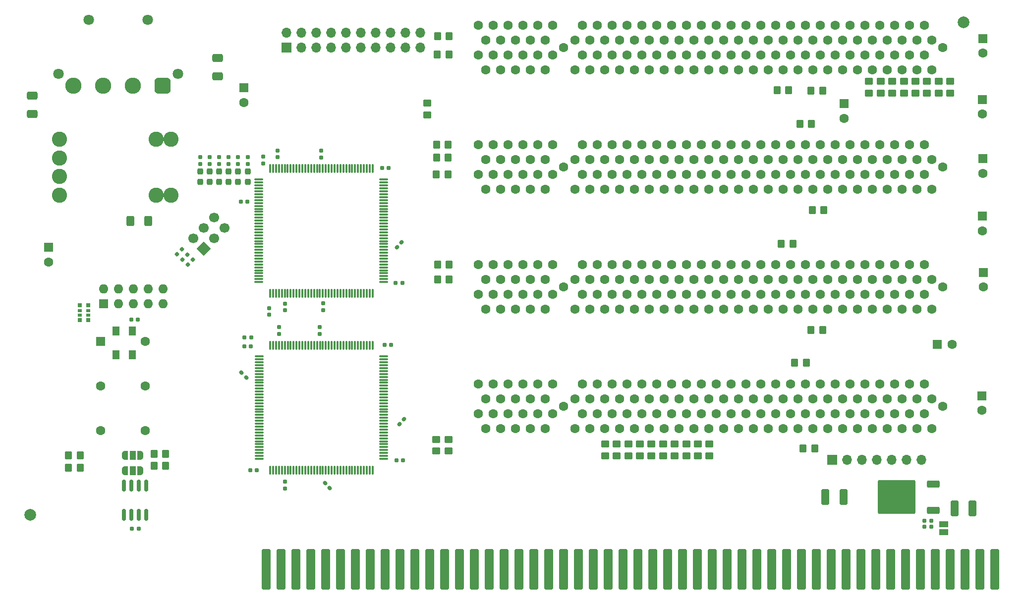
<source format=gbr>
%TF.GenerationSoftware,KiCad,Pcbnew,7.0.9*%
%TF.CreationDate,2024-02-25T17:12:21+01:00*%
%TF.ProjectId,Prometheus,50726f6d-6574-4686-9575-732e6b696361,rev?*%
%TF.SameCoordinates,Original*%
%TF.FileFunction,Soldermask,Top*%
%TF.FilePolarity,Negative*%
%FSLAX46Y46*%
G04 Gerber Fmt 4.6, Leading zero omitted, Abs format (unit mm)*
G04 Created by KiCad (PCBNEW 7.0.9) date 2024-02-25 17:12:21*
%MOMM*%
%LPD*%
G01*
G04 APERTURE LIST*
G04 Aperture macros list*
%AMRoundRect*
0 Rectangle with rounded corners*
0 $1 Rounding radius*
0 $2 $3 $4 $5 $6 $7 $8 $9 X,Y pos of 4 corners*
0 Add a 4 corners polygon primitive as box body*
4,1,4,$2,$3,$4,$5,$6,$7,$8,$9,$2,$3,0*
0 Add four circle primitives for the rounded corners*
1,1,$1+$1,$2,$3*
1,1,$1+$1,$4,$5*
1,1,$1+$1,$6,$7*
1,1,$1+$1,$8,$9*
0 Add four rect primitives between the rounded corners*
20,1,$1+$1,$2,$3,$4,$5,0*
20,1,$1+$1,$4,$5,$6,$7,0*
20,1,$1+$1,$6,$7,$8,$9,0*
20,1,$1+$1,$8,$9,$2,$3,0*%
%AMHorizOval*
0 Thick line with rounded ends*
0 $1 width*
0 $2 $3 position (X,Y) of the first rounded end (center of the circle)*
0 $4 $5 position (X,Y) of the second rounded end (center of the circle)*
0 Add line between two ends*
20,1,$1,$2,$3,$4,$5,0*
0 Add two circle primitives to create the rounded ends*
1,1,$1,$2,$3*
1,1,$1,$4,$5*%
%AMRotRect*
0 Rectangle, with rotation*
0 The origin of the aperture is its center*
0 $1 length*
0 $2 width*
0 $3 Rotation angle, in degrees counterclockwise*
0 Add horizontal line*
21,1,$1,$2,0,0,$3*%
%AMFreePoly0*
4,1,19,0.550000,-0.750000,0.000000,-0.750000,0.000000,-0.744911,-0.071157,-0.744911,-0.207708,-0.704816,-0.327430,-0.627875,-0.420627,-0.520320,-0.479746,-0.390866,-0.500000,-0.250000,-0.500000,0.250000,-0.479746,0.390866,-0.420627,0.520320,-0.327430,0.627875,-0.207708,0.704816,-0.071157,0.744911,0.000000,0.744911,0.000000,0.750000,0.550000,0.750000,0.550000,-0.750000,0.550000,-0.750000,
$1*%
%AMFreePoly1*
4,1,19,0.000000,0.744911,0.071157,0.744911,0.207708,0.704816,0.327430,0.627875,0.420627,0.520320,0.479746,0.390866,0.500000,0.250000,0.500000,-0.250000,0.479746,-0.390866,0.420627,-0.520320,0.327430,-0.627875,0.207708,-0.704816,0.071157,-0.744911,0.000000,-0.744911,0.000000,-0.750000,-0.550000,-0.750000,-0.550000,0.750000,0.000000,0.750000,0.000000,0.744911,0.000000,0.744911,
$1*%
G04 Aperture macros list end*
%ADD10RoundRect,0.250000X-0.450000X0.350000X-0.450000X-0.350000X0.450000X-0.350000X0.450000X0.350000X0*%
%ADD11RoundRect,0.155000X0.155000X-0.212500X0.155000X0.212500X-0.155000X0.212500X-0.155000X-0.212500X0*%
%ADD12R,1.600000X1.600000*%
%ADD13C,1.600000*%
%ADD14RoundRect,0.250000X0.850000X0.350000X-0.850000X0.350000X-0.850000X-0.350000X0.850000X-0.350000X0*%
%ADD15RoundRect,0.249997X2.950003X2.650003X-2.950003X2.650003X-2.950003X-2.650003X2.950003X-2.650003X0*%
%ADD16RoundRect,0.237500X0.237500X-0.287500X0.237500X0.287500X-0.237500X0.287500X-0.237500X-0.287500X0*%
%ADD17RoundRect,0.160000X0.197500X0.160000X-0.197500X0.160000X-0.197500X-0.160000X0.197500X-0.160000X0*%
%ADD18FreePoly0,0.000000*%
%ADD19R,1.000000X1.500000*%
%ADD20FreePoly1,0.000000*%
%ADD21RoundRect,0.250000X-0.350000X-0.450000X0.350000X-0.450000X0.350000X0.450000X-0.350000X0.450000X0*%
%ADD22RoundRect,0.155000X-0.212500X-0.155000X0.212500X-0.155000X0.212500X0.155000X-0.212500X0.155000X0*%
%ADD23RoundRect,0.155000X0.212500X0.155000X-0.212500X0.155000X-0.212500X-0.155000X0.212500X-0.155000X0*%
%ADD24RoundRect,0.155000X-0.155000X0.212500X-0.155000X-0.212500X0.155000X-0.212500X0.155000X0.212500X0*%
%ADD25RoundRect,0.155000X-0.040659X-0.259862X0.259862X0.040659X0.040659X0.259862X-0.259862X-0.040659X0*%
%ADD26RoundRect,0.160000X0.160000X-0.197500X0.160000X0.197500X-0.160000X0.197500X-0.160000X-0.197500X0*%
%ADD27RoundRect,0.160000X0.026517X0.252791X-0.252791X-0.026517X-0.026517X-0.252791X0.252791X0.026517X0*%
%ADD28RoundRect,0.155000X-0.259862X0.040659X0.040659X-0.259862X0.259862X-0.040659X-0.040659X0.259862X0*%
%ADD29RoundRect,0.250000X-0.400000X-0.625000X0.400000X-0.625000X0.400000X0.625000X-0.400000X0.625000X0*%
%ADD30RoundRect,0.250000X0.350000X0.450000X-0.350000X0.450000X-0.350000X-0.450000X0.350000X-0.450000X0*%
%ADD31R,0.700000X0.640000*%
%ADD32R,0.700000X0.500000*%
%ADD33R,1.200000X1.500000*%
%ADD34RoundRect,0.155000X0.259862X-0.040659X-0.040659X0.259862X-0.259862X0.040659X0.040659X-0.259862X0*%
%ADD35R,1.700000X1.700000*%
%ADD36O,1.700000X1.700000*%
%ADD37C,2.600000*%
%ADD38RoundRect,0.250000X0.450000X-0.350000X0.450000X0.350000X-0.450000X0.350000X-0.450000X-0.350000X0*%
%ADD39C,2.000000*%
%ADD40RoundRect,0.250000X0.650000X-0.412500X0.650000X0.412500X-0.650000X0.412500X-0.650000X-0.412500X0*%
%ADD41RoundRect,0.400000X0.400000X3.100000X-0.400000X3.100000X-0.400000X-3.100000X0.400000X-3.100000X0*%
%ADD42RoundRect,0.160000X-0.197500X-0.160000X0.197500X-0.160000X0.197500X0.160000X-0.197500X0.160000X0*%
%ADD43RotRect,1.700000X1.700000X135.000000*%
%ADD44HorizOval,1.700000X0.000000X0.000000X0.000000X0.000000X0*%
%ADD45C,1.800000*%
%ADD46RoundRect,0.695000X-0.695000X-0.695000X0.695000X-0.695000X0.695000X0.695000X-0.695000X0.695000X0*%
%ADD47C,2.780000*%
%ADD48RoundRect,0.250000X-0.412500X-1.100000X0.412500X-1.100000X0.412500X1.100000X-0.412500X1.100000X0*%
%ADD49R,1.500000X1.000000*%
%ADD50RoundRect,0.150000X0.150000X-0.825000X0.150000X0.825000X-0.150000X0.825000X-0.150000X-0.825000X0*%
%ADD51RoundRect,0.075000X-0.662500X-0.075000X0.662500X-0.075000X0.662500X0.075000X-0.662500X0.075000X0*%
%ADD52RoundRect,0.075000X-0.075000X-0.662500X0.075000X-0.662500X0.075000X0.662500X-0.075000X0.662500X0*%
%ADD53O,1.600000X1.600000*%
%ADD54RoundRect,0.250000X0.412500X1.100000X-0.412500X1.100000X-0.412500X-1.100000X0.412500X-1.100000X0*%
G04 APERTURE END LIST*
D10*
%TO.C,R11*%
X-41910000Y-2606800D03*
X-41910000Y-4606800D03*
%TD*%
%TO.C,R21*%
X-4748000Y59369200D03*
X-4748000Y57369200D03*
%TD*%
D11*
%TO.C,C7*%
X-111760000Y46422500D03*
X-111760000Y47557500D03*
%TD*%
D12*
%TO.C,C303*%
X8572900Y5659400D03*
D13*
X8572900Y3159400D03*
%TD*%
D14*
%TO.C,VR100*%
X304200Y-13965000D03*
D15*
X-5995800Y-11685000D03*
D14*
X304200Y-9405000D03*
%TD*%
D16*
%TO.C,LED6*%
X-124956000Y42203400D03*
X-124956000Y43953400D03*
%TD*%
D12*
%TO.C,C308*%
X-150825200Y30998800D03*
D13*
X-150825200Y28498800D03*
%TD*%
D17*
%TO.C,R102*%
X-62900Y-16764000D03*
X-1257900Y-16764000D03*
%TD*%
D18*
%TO.C,JP2*%
X-137778800Y-4521200D03*
D19*
X-136478800Y-4521200D03*
D20*
X-135178800Y-4521200D03*
%TD*%
D21*
%TO.C,R201*%
X-132826000Y-6299200D03*
X-130826000Y-6299200D03*
%TD*%
D10*
%TO.C,R10*%
X-37944800Y-2606800D03*
X-37944800Y-4606800D03*
%TD*%
D22*
%TO.C,C207*%
X-91448700Y-5384800D03*
X-90313700Y-5384800D03*
%TD*%
D23*
%TO.C,C206*%
X-115256500Y-7112000D03*
X-116391500Y-7112000D03*
%TD*%
D12*
%TO.C,Q201/Q202*%
X-141964804Y14964625D03*
D13*
X-141964804Y7344625D03*
X-141964804Y-275375D03*
X-134344804Y-275375D03*
X-134344804Y7344625D03*
X-134344804Y14964625D03*
%TD*%
D24*
%TO.C,C6*%
X-113182400Y20633500D03*
X-113182400Y19498500D03*
%TD*%
D25*
%TO.C,C4*%
X-91333283Y31043917D03*
X-90530717Y31846483D03*
%TD*%
D10*
%TO.C,R15*%
X-47853600Y-2606800D03*
X-47853600Y-4606800D03*
%TD*%
D26*
%TO.C,R36*%
X-123342400Y45274900D03*
X-123342400Y46469900D03*
%TD*%
D17*
%TO.C,R1*%
X-116203800Y15595600D03*
X-117398800Y15595600D03*
%TD*%
D10*
%TO.C,R8*%
X-84624800Y-1786000D03*
X-84624800Y-3786000D03*
%TD*%
D24*
%TO.C,C9*%
X-110439200Y21395500D03*
X-110439200Y20260500D03*
%TD*%
D13*
%TO.C,X303*%
X-62865000Y65151000D03*
X1905000Y65151000D03*
X0Y61341000D03*
X-1270000Y63881000D03*
X-2540000Y61341000D03*
X-3810000Y63881000D03*
X-5080000Y61341000D03*
X-6350000Y63881000D03*
X-7620000Y61341000D03*
X-8890000Y63881000D03*
X-10160000Y61341000D03*
X-11430000Y63881000D03*
X-12700000Y61341000D03*
X-13970000Y63881000D03*
X-15240000Y61341000D03*
X-16510000Y63881000D03*
X-17780000Y61341000D03*
X-19050000Y63881000D03*
X-20320000Y61341000D03*
X-21590000Y63881000D03*
X-22860000Y61341000D03*
X-24130000Y63881000D03*
X-25400000Y61341000D03*
X-26670000Y63881000D03*
X-27940000Y61341000D03*
X-29210000Y63881000D03*
X-30480000Y61341000D03*
X-31750000Y63881000D03*
X-33020000Y61341000D03*
X-34290000Y63881000D03*
X-35560000Y61341000D03*
X-36830000Y63881000D03*
X-38100000Y61341000D03*
X-39370000Y63881000D03*
X-40640000Y61341000D03*
X-41910000Y63881000D03*
X-43180000Y61341000D03*
X-44450000Y63881000D03*
X-45720000Y61341000D03*
X-46990000Y63881000D03*
X-48260000Y61341000D03*
X-49530000Y63881000D03*
X-50800000Y61341000D03*
X-52070000Y63881000D03*
X-53340000Y61341000D03*
X-54610000Y63881000D03*
X-55880000Y61341000D03*
X-57150000Y63881000D03*
X-58420000Y61341000D03*
X-59690000Y63881000D03*
X-60960000Y61341000D03*
X-64770000Y63881000D03*
X-66040000Y61341000D03*
X-67310000Y63881000D03*
X-68580000Y61341000D03*
X-69850000Y63881000D03*
X-71120000Y61341000D03*
X-72390000Y63881000D03*
X-73660000Y61341000D03*
X-74930000Y63881000D03*
X-76200000Y61341000D03*
X-77470000Y63881000D03*
X0Y66421000D03*
X-1270000Y68961000D03*
X-2540000Y66421000D03*
X-3810000Y68961000D03*
X-5080000Y66421000D03*
X-6350000Y68961000D03*
X-7620000Y66421000D03*
X-8890000Y68961000D03*
X-10160000Y66421000D03*
X-11430000Y68961000D03*
X-12700000Y66421000D03*
X-13970000Y68961000D03*
X-15240000Y66421000D03*
X-16510000Y68961000D03*
X-17780000Y66421000D03*
X-19050000Y68961000D03*
X-20320000Y66421000D03*
X-21590000Y68961000D03*
X-22860000Y66421000D03*
X-24130000Y68961000D03*
X-25400000Y66421000D03*
X-26670000Y68961000D03*
X-27940000Y66421000D03*
X-29210000Y68961000D03*
X-30480000Y66421000D03*
X-31750000Y68961000D03*
X-33020000Y66421000D03*
X-34290000Y68961000D03*
X-35560000Y66421000D03*
X-36830000Y68961000D03*
X-38100000Y66421000D03*
X-39370000Y68961000D03*
X-40640000Y66421000D03*
X-41910000Y68961000D03*
X-43180000Y66421000D03*
X-44450000Y68961000D03*
X-45720000Y66421000D03*
X-46990000Y68961000D03*
X-48260000Y66421000D03*
X-49530000Y68961000D03*
X-50800000Y66421000D03*
X-52070000Y68961000D03*
X-53340000Y66421000D03*
X-54610000Y68961000D03*
X-55880000Y66421000D03*
X-57150000Y68961000D03*
X-58420000Y66421000D03*
X-59690000Y68961000D03*
X-60960000Y66421000D03*
X-64770000Y68961000D03*
X-66040000Y66421000D03*
X-67310000Y68961000D03*
X-68580000Y66421000D03*
X-69850000Y68961000D03*
X-71120000Y66421000D03*
X-72390000Y68961000D03*
X-73660000Y66421000D03*
X-74930000Y68961000D03*
X-76200000Y66421000D03*
X-77470000Y68961000D03*
%TD*%
D12*
%TO.C,C311*%
X-117449600Y58267600D03*
D13*
X-117449600Y55767600D03*
%TD*%
D12*
%TO.C,C305*%
X8788400Y66695200D03*
D13*
X8788400Y64195200D03*
%TD*%
D16*
%TO.C,LED4*%
X-121709600Y42203400D03*
X-121709600Y43953400D03*
%TD*%
D24*
%TO.C,C1*%
X-103936800Y21446300D03*
X-103936800Y20311300D03*
%TD*%
D10*
%TO.C,R28*%
X1195600Y59369200D03*
X1195600Y57369200D03*
%TD*%
D12*
%TO.C,C307*%
X8829751Y26737558D03*
D13*
X8829751Y24237558D03*
%TD*%
D27*
%TO.C,R40*%
X-126221904Y28870496D03*
X-127066896Y28025504D03*
%TD*%
D28*
%TO.C,C209*%
X-103626883Y-9301517D03*
X-102824317Y-10104083D03*
%TD*%
D29*
%TO.C,R300*%
X-136907200Y35509200D03*
X-133807200Y35509200D03*
%TD*%
D30*
%TO.C,R43*%
X-21428200Y11328400D03*
X-23428200Y11328400D03*
%TD*%
D11*
%TO.C,C204*%
X-111506000Y16247300D03*
X-111506000Y17382300D03*
%TD*%
D10*
%TO.C,R31*%
X-785600Y59369200D03*
X-785600Y57369200D03*
%TD*%
D26*
%TO.C,R35*%
X-121716800Y45274900D03*
X-121716800Y46469900D03*
%TD*%
D31*
%TO.C,RA202*%
X-145468800Y21082000D03*
D32*
X-145468800Y20212000D03*
X-145468800Y19412000D03*
D31*
X-145468800Y18542000D03*
X-144068800Y18542000D03*
D32*
X-144068800Y19412000D03*
X-144068800Y20212000D03*
D31*
X-144068800Y21082000D03*
%TD*%
D10*
%TO.C,R41*%
X-49834800Y-2606800D03*
X-49834800Y-4606800D03*
%TD*%
D22*
%TO.C,C203*%
X-93480700Y14376400D03*
X-92345700Y14376400D03*
%TD*%
D13*
%TO.C,X301*%
X-62865000Y24257000D03*
X1905000Y24257000D03*
X0Y20447000D03*
X-1270000Y22987000D03*
X-2540000Y20447000D03*
X-3810000Y22987000D03*
X-5080000Y20447000D03*
X-6350000Y22987000D03*
X-7620000Y20447000D03*
X-8890000Y22987000D03*
X-10160000Y20447000D03*
X-11430000Y22987000D03*
X-12700000Y20447000D03*
X-13970000Y22987000D03*
X-15240000Y20447000D03*
X-16510000Y22987000D03*
X-17780000Y20447000D03*
X-19050000Y22987000D03*
X-20320000Y20447000D03*
X-21590000Y22987000D03*
X-22860000Y20447000D03*
X-24130000Y22987000D03*
X-25400000Y20447000D03*
X-26670000Y22987000D03*
X-27940000Y20447000D03*
X-29210000Y22987000D03*
X-30480000Y20447000D03*
X-31750000Y22987000D03*
X-33020000Y20447000D03*
X-34290000Y22987000D03*
X-35560000Y20447000D03*
X-36830000Y22987000D03*
X-38100000Y20447000D03*
X-39370000Y22987000D03*
X-40640000Y20447000D03*
X-41910000Y22987000D03*
X-43180000Y20447000D03*
X-44450000Y22987000D03*
X-45720000Y20447000D03*
X-46990000Y22987000D03*
X-48260000Y20447000D03*
X-49530000Y22987000D03*
X-50800000Y20447000D03*
X-52070000Y22987000D03*
X-53340000Y20447000D03*
X-54610000Y22987000D03*
X-55880000Y20447000D03*
X-57150000Y22987000D03*
X-58420000Y20447000D03*
X-59690000Y22987000D03*
X-60960000Y20447000D03*
X-64770000Y22987000D03*
X-66040000Y20447000D03*
X-67310000Y22987000D03*
X-68580000Y20447000D03*
X-69850000Y22987000D03*
X-71120000Y20447000D03*
X-72390000Y22987000D03*
X-73660000Y20447000D03*
X-74930000Y22987000D03*
X-76200000Y20447000D03*
X-77470000Y22987000D03*
X0Y25527000D03*
X-1270000Y28067000D03*
X-2540000Y25527000D03*
X-3810000Y28067000D03*
X-5080000Y25527000D03*
X-6350000Y28067000D03*
X-7620000Y25527000D03*
X-8890000Y28067000D03*
X-10160000Y25527000D03*
X-11430000Y28067000D03*
X-12700000Y25527000D03*
X-13970000Y28067000D03*
X-15240000Y25527000D03*
X-16510000Y28067000D03*
X-17780000Y25527000D03*
X-19050000Y28067000D03*
X-20320000Y25527000D03*
X-21590000Y28067000D03*
X-22860000Y25527000D03*
X-24130000Y28067000D03*
X-25400000Y25527000D03*
X-26670000Y28067000D03*
X-27940000Y25527000D03*
X-29210000Y28067000D03*
X-30480000Y25527000D03*
X-31750000Y28067000D03*
X-33020000Y25527000D03*
X-34290000Y28067000D03*
X-35560000Y25527000D03*
X-36830000Y28067000D03*
X-38100000Y25527000D03*
X-39370000Y28067000D03*
X-40640000Y25527000D03*
X-41910000Y28067000D03*
X-43180000Y25527000D03*
X-44450000Y28067000D03*
X-45720000Y25527000D03*
X-46990000Y28067000D03*
X-48260000Y25527000D03*
X-49530000Y28067000D03*
X-50800000Y25527000D03*
X-52070000Y28067000D03*
X-53340000Y25527000D03*
X-54610000Y28067000D03*
X-55880000Y25527000D03*
X-57150000Y28067000D03*
X-58420000Y25527000D03*
X-59690000Y28067000D03*
X-60960000Y25527000D03*
X-64770000Y28067000D03*
X-66040000Y25527000D03*
X-67310000Y28067000D03*
X-68580000Y25527000D03*
X-69850000Y28067000D03*
X-71120000Y25527000D03*
X-72390000Y28067000D03*
X-73660000Y25527000D03*
X-74930000Y28067000D03*
X-76200000Y25527000D03*
X-77470000Y28067000D03*
%TD*%
D26*
%TO.C,R33*%
X-118465600Y45274900D03*
X-118465600Y46469900D03*
%TD*%
D10*
%TO.C,R14*%
X-45872400Y-2606800D03*
X-45872400Y-4606800D03*
%TD*%
D33*
%TO.C,Q203*%
X-139299600Y16713200D03*
X-139299600Y12613200D03*
X-136499600Y12613200D03*
X-136499600Y16713200D03*
%TD*%
D34*
%TO.C,C202*%
X-117094000Y8788400D03*
X-117896566Y9590966D03*
%TD*%
D26*
%TO.C,R34*%
X-120091200Y45274900D03*
X-120091200Y46469900D03*
%TD*%
D21*
%TO.C,R3*%
X-84413600Y25501600D03*
X-82413600Y25501600D03*
%TD*%
%TO.C,R210*%
X-147456400Y-6654800D03*
X-145456400Y-6654800D03*
%TD*%
D16*
%TO.C,LED5*%
X-123332800Y42203400D03*
X-123332800Y43953400D03*
%TD*%
D11*
%TO.C,C201*%
X-104546400Y16247300D03*
X-104546400Y17382300D03*
%TD*%
D22*
%TO.C,C3*%
X-93887100Y44551600D03*
X-92752100Y44551600D03*
%TD*%
D21*
%TO.C,R4*%
X-84616800Y43434000D03*
X-82616800Y43434000D03*
%TD*%
D10*
%TO.C,R18*%
X-10691600Y59369200D03*
X-10691600Y57369200D03*
%TD*%
D16*
%TO.C,LED2*%
X-118463200Y42203400D03*
X-118463200Y43953400D03*
%TD*%
D23*
%TO.C,C230*%
X-135576500Y18643600D03*
X-136711500Y18643600D03*
%TD*%
D30*
%TO.C,R7*%
X-82413600Y67106800D03*
X-84413600Y67106800D03*
%TD*%
D22*
%TO.C,C5*%
X-91550300Y24892000D03*
X-90415300Y24892000D03*
%TD*%
D30*
%TO.C,R44*%
X-23714200Y31648400D03*
X-25714200Y31648400D03*
%TD*%
D10*
%TO.C,R16*%
X-55778400Y-2606800D03*
X-55778400Y-4606800D03*
%TD*%
D12*
%TO.C,C300*%
X8761278Y46171022D03*
D13*
X8761278Y43671022D03*
%TD*%
D21*
%TO.C,R23*%
X-20608800Y16916400D03*
X-18608800Y16916400D03*
%TD*%
D24*
%TO.C,C208*%
X-110490000Y-9033700D03*
X-110490000Y-10168700D03*
%TD*%
D21*
%TO.C,R209*%
X-147456400Y-4521200D03*
X-145456400Y-4521200D03*
%TD*%
D26*
%TO.C,R37*%
X-124917200Y45274900D03*
X-124917200Y46469900D03*
%TD*%
D27*
%TO.C,R39*%
X-127120208Y29750192D03*
X-127965200Y28905200D03*
%TD*%
D35*
%TO.C,SV2*%
X-110185200Y65176400D03*
D36*
X-110185200Y67716400D03*
X-107645200Y65176400D03*
X-107645200Y67716400D03*
X-105105200Y65176400D03*
X-105105200Y67716400D03*
X-102565200Y65176400D03*
X-102565200Y67716400D03*
X-100025200Y65176400D03*
X-100025200Y67716400D03*
X-97485200Y65176400D03*
X-97485200Y67716400D03*
X-94945200Y65176400D03*
X-94945200Y67716400D03*
X-92405200Y65176400D03*
X-92405200Y67716400D03*
X-89865200Y65176400D03*
X-89865200Y67716400D03*
X-87325200Y65176400D03*
X-87325200Y67716400D03*
%TD*%
D13*
%TO.C,X300*%
X-62865000Y3810000D03*
X1905000Y3810000D03*
X0Y0D03*
X-1270000Y2540000D03*
X-2540000Y0D03*
X-3810000Y2540000D03*
X-5080000Y0D03*
X-6350000Y2540000D03*
X-7620000Y0D03*
X-8890000Y2540000D03*
X-10160000Y0D03*
X-11430000Y2540000D03*
X-12700000Y0D03*
X-13970000Y2540000D03*
X-15240000Y0D03*
X-16510000Y2540000D03*
X-17780000Y0D03*
X-19050000Y2540000D03*
X-20320000Y0D03*
X-21590000Y2540000D03*
X-22860000Y0D03*
X-24130000Y2540000D03*
X-25400000Y0D03*
X-26670000Y2540000D03*
X-27940000Y0D03*
X-29210000Y2540000D03*
X-30480000Y0D03*
X-31750000Y2540000D03*
X-33020000Y0D03*
X-34290000Y2540000D03*
X-35560000Y0D03*
X-36830000Y2540000D03*
X-38100000Y0D03*
X-39370000Y2540000D03*
X-40640000Y0D03*
X-41910000Y2540000D03*
X-43180000Y0D03*
X-44450000Y2540000D03*
X-45720000Y0D03*
X-46990000Y2540000D03*
X-48260000Y0D03*
X-49530000Y2540000D03*
X-50800000Y0D03*
X-52070000Y2540000D03*
X-53340000Y0D03*
X-54610000Y2540000D03*
X-55880000Y0D03*
X-57150000Y2540000D03*
X-58420000Y0D03*
X-59690000Y2540000D03*
X-60960000Y0D03*
X-64770000Y2540000D03*
X-66040000Y0D03*
X-67310000Y2540000D03*
X-68580000Y0D03*
X-69850000Y2540000D03*
X-71120000Y0D03*
X-72390000Y2540000D03*
X-73660000Y0D03*
X-74930000Y2540000D03*
X-76200000Y0D03*
X-77470000Y2540000D03*
X0Y5080000D03*
X-1270000Y7620000D03*
X-2540000Y5080000D03*
X-3810000Y7620000D03*
X-5080000Y5080000D03*
X-6350000Y7620000D03*
X-7620000Y5080000D03*
X-8890000Y7620000D03*
X-10160000Y5080000D03*
X-11430000Y7620000D03*
X-12700000Y5080000D03*
X-13970000Y7620000D03*
X-15240000Y5080000D03*
X-16510000Y7620000D03*
X-17780000Y5080000D03*
X-19050000Y7620000D03*
X-20320000Y5080000D03*
X-21590000Y7620000D03*
X-22860000Y5080000D03*
X-24130000Y7620000D03*
X-25400000Y5080000D03*
X-26670000Y7620000D03*
X-27940000Y5080000D03*
X-29210000Y7620000D03*
X-30480000Y5080000D03*
X-31750000Y7620000D03*
X-33020000Y5080000D03*
X-34290000Y7620000D03*
X-35560000Y5080000D03*
X-36830000Y7620000D03*
X-38100000Y5080000D03*
X-39370000Y7620000D03*
X-40640000Y5080000D03*
X-41910000Y7620000D03*
X-43180000Y5080000D03*
X-44450000Y7620000D03*
X-45720000Y5080000D03*
X-46990000Y7620000D03*
X-48260000Y5080000D03*
X-49530000Y7620000D03*
X-50800000Y5080000D03*
X-52070000Y7620000D03*
X-53340000Y5080000D03*
X-54610000Y7620000D03*
X-55880000Y5080000D03*
X-57150000Y7620000D03*
X-58420000Y5080000D03*
X-59690000Y7620000D03*
X-60960000Y5080000D03*
X-64770000Y7620000D03*
X-66040000Y5080000D03*
X-67310000Y7620000D03*
X-68580000Y5080000D03*
X-69850000Y7620000D03*
X-71120000Y5080000D03*
X-72390000Y7620000D03*
X-73660000Y5080000D03*
X-74930000Y7620000D03*
X-76200000Y5080000D03*
X-77470000Y7620000D03*
%TD*%
D37*
%TO.C,VR300*%
X-148939500Y49446500D03*
X-148939500Y46271500D03*
X-148939500Y43096500D03*
X-148939500Y39921500D03*
X-132429500Y39921500D03*
X-129889500Y39921500D03*
X-132429500Y49446500D03*
X-129889500Y49446500D03*
%TD*%
D38*
%TO.C,R26*%
X-86156800Y53622100D03*
X-86156800Y55622100D03*
%TD*%
%TO.C,R2*%
X-82491200Y-3786000D03*
X-82491200Y-1786000D03*
%TD*%
D39*
%TO.C,FID1*%
X-153974800Y-14681200D03*
%TD*%
D21*
%TO.C,R22*%
X-21980400Y-3352800D03*
X-19980400Y-3352800D03*
%TD*%
D10*
%TO.C,R30*%
X3170083Y59369200D03*
X3170083Y57369200D03*
%TD*%
D12*
%TO.C,C302*%
X8699502Y36332800D03*
D13*
X8699502Y33832800D03*
%TD*%
D16*
%TO.C,LED1*%
X-116840000Y42203400D03*
X-116840000Y43953400D03*
%TD*%
D10*
%TO.C,R20*%
X-8710400Y59369200D03*
X-8710400Y57369200D03*
%TD*%
D40*
%TO.C,C309*%
X-153619200Y53821800D03*
X-153619200Y56946800D03*
%TD*%
D27*
%TO.C,R38*%
X-128050704Y30648496D03*
X-128895696Y29803504D03*
%TD*%
D41*
%TO.C,U1*%
X10820400Y-23977600D03*
X8280400Y-23977600D03*
X5740400Y-23977600D03*
X3200400Y-23977600D03*
X660400Y-23977600D03*
X-1879600Y-23977600D03*
X-4419600Y-23977600D03*
X-6959600Y-23977600D03*
X-9499600Y-23977600D03*
X-12039600Y-23977600D03*
X-14579600Y-23977600D03*
X-17119600Y-23977600D03*
X-19659600Y-23977600D03*
X-22199600Y-23977600D03*
X-24739600Y-23977600D03*
X-27279600Y-23977600D03*
X-29819600Y-23977600D03*
X-32359600Y-23977600D03*
X-34899600Y-23977600D03*
X-37439600Y-23977600D03*
X-39979600Y-23977600D03*
X-42519600Y-23977600D03*
X-45059600Y-23977600D03*
X-47599600Y-23977600D03*
X-50139600Y-23977600D03*
X-52679600Y-23977600D03*
X-55219600Y-23977600D03*
X-57759600Y-23977600D03*
X-60299600Y-23977600D03*
X-62839600Y-23977600D03*
X-65379600Y-23977600D03*
X-67919600Y-23977600D03*
X-70459600Y-23977600D03*
X-72999600Y-23977600D03*
X-75539600Y-23977600D03*
X-78079600Y-23977600D03*
X-80619600Y-23977600D03*
X-83159600Y-23977600D03*
X-85699600Y-23977600D03*
X-88239600Y-23977600D03*
X-90779600Y-23977600D03*
X-93319600Y-23977600D03*
X-95859600Y-23977600D03*
X-98399600Y-23977600D03*
X-100939600Y-23977600D03*
X-103479600Y-23977600D03*
X-106019600Y-23977600D03*
X-108559600Y-23977600D03*
X-111099600Y-23977600D03*
X-113639600Y-23977600D03*
%TD*%
D10*
%TO.C,R17*%
X-53797200Y-2606800D03*
X-53797200Y-4606800D03*
%TD*%
D30*
%TO.C,R9*%
X-82413600Y28041600D03*
X-84413600Y28041600D03*
%TD*%
%TO.C,R46*%
X-24400000Y57835800D03*
X-26400000Y57835800D03*
%TD*%
D42*
%TO.C,R101*%
X-1257900Y-15697200D03*
X-62900Y-15697200D03*
%TD*%
D12*
%TO.C,C304*%
X1002021Y14451931D03*
D13*
X3502021Y14451931D03*
%TD*%
D40*
%TO.C,C310*%
X-121970800Y60261100D03*
X-121970800Y63386100D03*
%TD*%
D43*
%TO.C,SV3*%
X-124350692Y30755785D03*
D44*
X-126146743Y32551836D03*
X-122554641Y32551836D03*
X-124350692Y34347887D03*
X-120758590Y34347887D03*
X-122554641Y36143939D03*
%TD*%
D11*
%TO.C,C10*%
X-114198400Y45355700D03*
X-114198400Y46490700D03*
%TD*%
D21*
%TO.C,R24*%
X-20389600Y37338000D03*
X-18389600Y37338000D03*
%TD*%
D30*
%TO.C,R6*%
X-82566000Y48564800D03*
X-84566000Y48564800D03*
%TD*%
D45*
%TO.C,CON300*%
X-149132173Y60693143D03*
X-143947242Y69910526D03*
X-133946189Y69893214D03*
X-128755301Y60693143D03*
D46*
X-131371986Y58644321D03*
D47*
X-136451986Y58644321D03*
X-141520886Y58640221D03*
X-146601086Y58640221D03*
%TD*%
D48*
%TO.C,C12*%
X3885400Y-13563600D03*
X7010400Y-13563600D03*
%TD*%
D49*
%TO.C,JP1*%
X2082800Y-16327600D03*
X2082800Y-17627600D03*
%TD*%
D25*
%TO.C,C205*%
X-90926883Y817917D03*
X-90124317Y1620483D03*
%TD*%
D23*
%TO.C,C2*%
X-116882100Y38811200D03*
X-118017100Y38811200D03*
%TD*%
D10*
%TO.C,R42*%
X-51816000Y-2606800D03*
X-51816000Y-4606800D03*
%TD*%
D11*
%TO.C,C8*%
X-104241600Y46371700D03*
X-104241600Y47506700D03*
%TD*%
D26*
%TO.C,R32*%
X-116840000Y45274900D03*
X-116840000Y46469900D03*
%TD*%
D10*
%TO.C,R29*%
X-2766800Y59369200D03*
X-2766800Y57369200D03*
%TD*%
D50*
%TO.C,IC220*%
X-137972800Y-14667000D03*
X-136702800Y-14667000D03*
X-135432800Y-14667000D03*
X-134162800Y-14667000D03*
X-134162800Y-9717000D03*
X-135432800Y-9717000D03*
X-136702800Y-9717000D03*
X-137972800Y-9717000D03*
%TD*%
D12*
%TO.C,C306*%
X-14941691Y55562759D03*
D13*
X-14941691Y53062759D03*
%TD*%
D21*
%TO.C,R45*%
X-22513800Y52070000D03*
X-20513800Y52070000D03*
%TD*%
D51*
%TO.C,IC201H1*%
X-114904100Y42582800D03*
X-114904100Y42082800D03*
X-114904100Y41582800D03*
X-114904100Y41082800D03*
X-114904100Y40582800D03*
X-114904100Y40082800D03*
X-114904100Y39582800D03*
X-114904100Y39082800D03*
X-114904100Y38582800D03*
X-114904100Y38082800D03*
X-114904100Y37582800D03*
X-114904100Y37082800D03*
X-114904100Y36582800D03*
X-114904100Y36082800D03*
X-114904100Y35582800D03*
X-114904100Y35082800D03*
X-114904100Y34582800D03*
X-114904100Y34082800D03*
X-114904100Y33582800D03*
X-114904100Y33082800D03*
X-114904100Y32582800D03*
X-114904100Y32082800D03*
X-114904100Y31582800D03*
X-114904100Y31082800D03*
X-114904100Y30582800D03*
X-114904100Y30082800D03*
X-114904100Y29582800D03*
X-114904100Y29082800D03*
X-114904100Y28582800D03*
X-114904100Y28082800D03*
X-114904100Y27582800D03*
X-114904100Y27082800D03*
X-114904100Y26582800D03*
X-114904100Y26082800D03*
X-114904100Y25582800D03*
X-114904100Y25082800D03*
D52*
X-112991600Y23170300D03*
X-112491600Y23170300D03*
X-111991600Y23170300D03*
X-111491600Y23170300D03*
X-110991600Y23170300D03*
X-110491600Y23170300D03*
X-109991600Y23170300D03*
X-109491600Y23170300D03*
X-108991600Y23170300D03*
X-108491600Y23170300D03*
X-107991600Y23170300D03*
X-107491600Y23170300D03*
X-106991600Y23170300D03*
X-106491600Y23170300D03*
X-105991600Y23170300D03*
X-105491600Y23170300D03*
X-104991600Y23170300D03*
X-104491600Y23170300D03*
X-103991600Y23170300D03*
X-103491600Y23170300D03*
X-102991600Y23170300D03*
X-102491600Y23170300D03*
X-101991600Y23170300D03*
X-101491600Y23170300D03*
X-100991600Y23170300D03*
X-100491600Y23170300D03*
X-99991600Y23170300D03*
X-99491600Y23170300D03*
X-98991600Y23170300D03*
X-98491600Y23170300D03*
X-97991600Y23170300D03*
X-97491600Y23170300D03*
X-96991600Y23170300D03*
X-96491600Y23170300D03*
X-95991600Y23170300D03*
X-95491600Y23170300D03*
D51*
X-93579100Y25082800D03*
X-93579100Y25582800D03*
X-93579100Y26082800D03*
X-93579100Y26582800D03*
X-93579100Y27082800D03*
X-93579100Y27582800D03*
X-93579100Y28082800D03*
X-93579100Y28582800D03*
X-93579100Y29082800D03*
X-93579100Y29582800D03*
X-93579100Y30082800D03*
X-93579100Y30582800D03*
X-93579100Y31082800D03*
X-93579100Y31582800D03*
X-93579100Y32082800D03*
X-93579100Y32582800D03*
X-93579100Y33082800D03*
X-93579100Y33582800D03*
X-93579100Y34082800D03*
X-93579100Y34582800D03*
X-93579100Y35082800D03*
X-93579100Y35582800D03*
X-93579100Y36082800D03*
X-93579100Y36582800D03*
X-93579100Y37082800D03*
X-93579100Y37582800D03*
X-93579100Y38082800D03*
X-93579100Y38582800D03*
X-93579100Y39082800D03*
X-93579100Y39582800D03*
X-93579100Y40082800D03*
X-93579100Y40582800D03*
X-93579100Y41082800D03*
X-93579100Y41582800D03*
X-93579100Y42082800D03*
X-93579100Y42582800D03*
D52*
X-95491600Y44495300D03*
X-95991600Y44495300D03*
X-96491600Y44495300D03*
X-96991600Y44495300D03*
X-97491600Y44495300D03*
X-97991600Y44495300D03*
X-98491600Y44495300D03*
X-98991600Y44495300D03*
X-99491600Y44495300D03*
X-99991600Y44495300D03*
X-100491600Y44495300D03*
X-100991600Y44495300D03*
X-101491600Y44495300D03*
X-101991600Y44495300D03*
X-102491600Y44495300D03*
X-102991600Y44495300D03*
X-103491600Y44495300D03*
X-103991600Y44495300D03*
X-104491600Y44495300D03*
X-104991600Y44495300D03*
X-105491600Y44495300D03*
X-105991600Y44495300D03*
X-106491600Y44495300D03*
X-106991600Y44495300D03*
X-107491600Y44495300D03*
X-107991600Y44495300D03*
X-108491600Y44495300D03*
X-108991600Y44495300D03*
X-109491600Y44495300D03*
X-109991600Y44495300D03*
X-110491600Y44495300D03*
X-110991600Y44495300D03*
X-111491600Y44495300D03*
X-111991600Y44495300D03*
X-112491600Y44495300D03*
X-112991600Y44495300D03*
%TD*%
D12*
%TO.C,C301*%
X8686800Y56297200D03*
D13*
X8686800Y53797200D03*
%TD*%
D10*
%TO.C,R12*%
X-39928800Y-2606800D03*
X-39928800Y-4606800D03*
%TD*%
D12*
%TO.C,CON200*%
X-141427200Y21386800D03*
D53*
X-141427200Y23926800D03*
X-138887200Y21386800D03*
X-138887200Y23926800D03*
X-136347200Y21386800D03*
X-136347200Y23926800D03*
X-133807200Y21386800D03*
X-133807200Y23926800D03*
X-131267200Y21386800D03*
X-131267200Y23926800D03*
%TD*%
D10*
%TO.C,R13*%
X-43891200Y-2606800D03*
X-43891200Y-4606800D03*
%TD*%
D39*
%TO.C,FID2*%
X5486400Y69443600D03*
%TD*%
D21*
%TO.C,R25*%
X-20608800Y57810400D03*
X-18608800Y57810400D03*
%TD*%
%TO.C,R5*%
X-84464400Y63957200D03*
X-82464400Y63957200D03*
%TD*%
D13*
%TO.C,X302*%
X-62865000Y44705000D03*
X1905000Y44705000D03*
X0Y40895000D03*
X-1270000Y43435000D03*
X-2540000Y40895000D03*
X-3810000Y43435000D03*
X-5080000Y40895000D03*
X-6350000Y43435000D03*
X-7620000Y40895000D03*
X-8890000Y43435000D03*
X-10160000Y40895000D03*
X-11430000Y43435000D03*
X-12700000Y40895000D03*
X-13970000Y43435000D03*
X-15240000Y40895000D03*
X-16510000Y43435000D03*
X-17780000Y40895000D03*
X-19050000Y43435000D03*
X-20320000Y40895000D03*
X-21590000Y43435000D03*
X-22860000Y40895000D03*
X-24130000Y43435000D03*
X-25400000Y40895000D03*
X-26670000Y43435000D03*
X-27940000Y40895000D03*
X-29210000Y43435000D03*
X-30480000Y40895000D03*
X-31750000Y43435000D03*
X-33020000Y40895000D03*
X-34290000Y43435000D03*
X-35560000Y40895000D03*
X-36830000Y43435000D03*
X-38100000Y40895000D03*
X-39370000Y43435000D03*
X-40640000Y40895000D03*
X-41910000Y43435000D03*
X-43180000Y40895000D03*
X-44450000Y43435000D03*
X-45720000Y40895000D03*
X-46990000Y43435000D03*
X-48260000Y40895000D03*
X-49530000Y43435000D03*
X-50800000Y40895000D03*
X-52070000Y43435000D03*
X-53340000Y40895000D03*
X-54610000Y43435000D03*
X-55880000Y40895000D03*
X-57150000Y43435000D03*
X-58420000Y40895000D03*
X-59690000Y43435000D03*
X-60960000Y40895000D03*
X-64770000Y43435000D03*
X-66040000Y40895000D03*
X-67310000Y43435000D03*
X-68580000Y40895000D03*
X-69850000Y43435000D03*
X-71120000Y40895000D03*
X-72390000Y43435000D03*
X-73660000Y40895000D03*
X-74930000Y43435000D03*
X-76200000Y40895000D03*
X-77470000Y43435000D03*
X0Y45975000D03*
X-1270000Y48515000D03*
X-2540000Y45975000D03*
X-3810000Y48515000D03*
X-5080000Y45975000D03*
X-6350000Y48515000D03*
X-7620000Y45975000D03*
X-8890000Y48515000D03*
X-10160000Y45975000D03*
X-11430000Y48515000D03*
X-12700000Y45975000D03*
X-13970000Y48515000D03*
X-15240000Y45975000D03*
X-16510000Y48515000D03*
X-17780000Y45975000D03*
X-19050000Y48515000D03*
X-20320000Y45975000D03*
X-21590000Y48515000D03*
X-22860000Y45975000D03*
X-24130000Y48515000D03*
X-25400000Y45975000D03*
X-26670000Y48515000D03*
X-27940000Y45975000D03*
X-29210000Y48515000D03*
X-30480000Y45975000D03*
X-31750000Y48515000D03*
X-33020000Y45975000D03*
X-34290000Y48515000D03*
X-35560000Y45975000D03*
X-36830000Y48515000D03*
X-38100000Y45975000D03*
X-39370000Y48515000D03*
X-40640000Y45975000D03*
X-41910000Y48515000D03*
X-43180000Y45975000D03*
X-44450000Y48515000D03*
X-45720000Y45975000D03*
X-46990000Y48515000D03*
X-48260000Y45975000D03*
X-49530000Y48515000D03*
X-50800000Y45975000D03*
X-52070000Y48515000D03*
X-53340000Y45975000D03*
X-54610000Y48515000D03*
X-55880000Y45975000D03*
X-57150000Y48515000D03*
X-58420000Y45975000D03*
X-59690000Y48515000D03*
X-60960000Y45975000D03*
X-64770000Y48515000D03*
X-66040000Y45975000D03*
X-67310000Y48515000D03*
X-68580000Y45975000D03*
X-69850000Y48515000D03*
X-71120000Y45975000D03*
X-72390000Y48515000D03*
X-73660000Y45975000D03*
X-74930000Y48515000D03*
X-76200000Y45975000D03*
X-77470000Y48515000D03*
%TD*%
D18*
%TO.C,JP3*%
X-137778800Y-7172700D03*
D19*
X-136478800Y-7172700D03*
D20*
X-135178800Y-7172700D03*
%TD*%
D54*
%TO.C,C11*%
X-15049100Y-11633200D03*
X-18174100Y-11633200D03*
%TD*%
D16*
%TO.C,LED3*%
X-120086400Y42203400D03*
X-120086400Y43953400D03*
%TD*%
D35*
%TO.C,SV1*%
X-16967200Y-5257124D03*
D36*
X-14427200Y-5257124D03*
X-11887200Y-5257124D03*
X-9347200Y-5257124D03*
X-6807200Y-5257124D03*
X-4267200Y-5257124D03*
X-1727200Y-5257124D03*
%TD*%
D23*
%TO.C,C200*%
X-116272500Y14071600D03*
X-117407500Y14071600D03*
%TD*%
D51*
%TO.C,IC200L1*%
X-114898600Y12374400D03*
X-114898600Y11874400D03*
X-114898600Y11374400D03*
X-114898600Y10874400D03*
X-114898600Y10374400D03*
X-114898600Y9874400D03*
X-114898600Y9374400D03*
X-114898600Y8874400D03*
X-114898600Y8374400D03*
X-114898600Y7874400D03*
X-114898600Y7374400D03*
X-114898600Y6874400D03*
X-114898600Y6374400D03*
X-114898600Y5874400D03*
X-114898600Y5374400D03*
X-114898600Y4874400D03*
X-114898600Y4374400D03*
X-114898600Y3874400D03*
X-114898600Y3374400D03*
X-114898600Y2874400D03*
X-114898600Y2374400D03*
X-114898600Y1874400D03*
X-114898600Y1374400D03*
X-114898600Y874400D03*
X-114898600Y374400D03*
X-114898600Y-125600D03*
X-114898600Y-625600D03*
X-114898600Y-1125600D03*
X-114898600Y-1625600D03*
X-114898600Y-2125600D03*
X-114898600Y-2625600D03*
X-114898600Y-3125600D03*
X-114898600Y-3625600D03*
X-114898600Y-4125600D03*
X-114898600Y-4625600D03*
X-114898600Y-5125600D03*
D52*
X-112986100Y-7038100D03*
X-112486100Y-7038100D03*
X-111986100Y-7038100D03*
X-111486100Y-7038100D03*
X-110986100Y-7038100D03*
X-110486100Y-7038100D03*
X-109986100Y-7038100D03*
X-109486100Y-7038100D03*
X-108986100Y-7038100D03*
X-108486100Y-7038100D03*
X-107986100Y-7038100D03*
X-107486100Y-7038100D03*
X-106986100Y-7038100D03*
X-106486100Y-7038100D03*
X-105986100Y-7038100D03*
X-105486100Y-7038100D03*
X-104986100Y-7038100D03*
X-104486100Y-7038100D03*
X-103986100Y-7038100D03*
X-103486100Y-7038100D03*
X-102986100Y-7038100D03*
X-102486100Y-7038100D03*
X-101986100Y-7038100D03*
X-101486100Y-7038100D03*
X-100986100Y-7038100D03*
X-100486100Y-7038100D03*
X-99986100Y-7038100D03*
X-99486100Y-7038100D03*
X-98986100Y-7038100D03*
X-98486100Y-7038100D03*
X-97986100Y-7038100D03*
X-97486100Y-7038100D03*
X-96986100Y-7038100D03*
X-96486100Y-7038100D03*
X-95986100Y-7038100D03*
X-95486100Y-7038100D03*
D51*
X-93573600Y-5125600D03*
X-93573600Y-4625600D03*
X-93573600Y-4125600D03*
X-93573600Y-3625600D03*
X-93573600Y-3125600D03*
X-93573600Y-2625600D03*
X-93573600Y-2125600D03*
X-93573600Y-1625600D03*
X-93573600Y-1125600D03*
X-93573600Y-625600D03*
X-93573600Y-125600D03*
X-93573600Y374400D03*
X-93573600Y874400D03*
X-93573600Y1374400D03*
X-93573600Y1874400D03*
X-93573600Y2374400D03*
X-93573600Y2874400D03*
X-93573600Y3374400D03*
X-93573600Y3874400D03*
X-93573600Y4374400D03*
X-93573600Y4874400D03*
X-93573600Y5374400D03*
X-93573600Y5874400D03*
X-93573600Y6374400D03*
X-93573600Y6874400D03*
X-93573600Y7374400D03*
X-93573600Y7874400D03*
X-93573600Y8374400D03*
X-93573600Y8874400D03*
X-93573600Y9374400D03*
X-93573600Y9874400D03*
X-93573600Y10374400D03*
X-93573600Y10874400D03*
X-93573600Y11374400D03*
X-93573600Y11874400D03*
X-93573600Y12374400D03*
D52*
X-95486100Y14286900D03*
X-95986100Y14286900D03*
X-96486100Y14286900D03*
X-96986100Y14286900D03*
X-97486100Y14286900D03*
X-97986100Y14286900D03*
X-98486100Y14286900D03*
X-98986100Y14286900D03*
X-99486100Y14286900D03*
X-99986100Y14286900D03*
X-100486100Y14286900D03*
X-100986100Y14286900D03*
X-101486100Y14286900D03*
X-101986100Y14286900D03*
X-102486100Y14286900D03*
X-102986100Y14286900D03*
X-103486100Y14286900D03*
X-103986100Y14286900D03*
X-104486100Y14286900D03*
X-104986100Y14286900D03*
X-105486100Y14286900D03*
X-105986100Y14286900D03*
X-106486100Y14286900D03*
X-106986100Y14286900D03*
X-107486100Y14286900D03*
X-107986100Y14286900D03*
X-108486100Y14286900D03*
X-108986100Y14286900D03*
X-109486100Y14286900D03*
X-109986100Y14286900D03*
X-110486100Y14286900D03*
X-110986100Y14286900D03*
X-111486100Y14286900D03*
X-111986100Y14286900D03*
X-112486100Y14286900D03*
X-112986100Y14286900D03*
%TD*%
D30*
%TO.C,R27*%
X-82566000Y46380400D03*
X-84566000Y46380400D03*
%TD*%
D22*
%TO.C,C220*%
X-136609900Y-17068800D03*
X-135474900Y-17068800D03*
%TD*%
D21*
%TO.C,R202*%
X-132826000Y-4318000D03*
X-130826000Y-4318000D03*
%TD*%
D10*
%TO.C,R19*%
X-6729200Y59369200D03*
X-6729200Y57369200D03*
%TD*%
M02*

</source>
